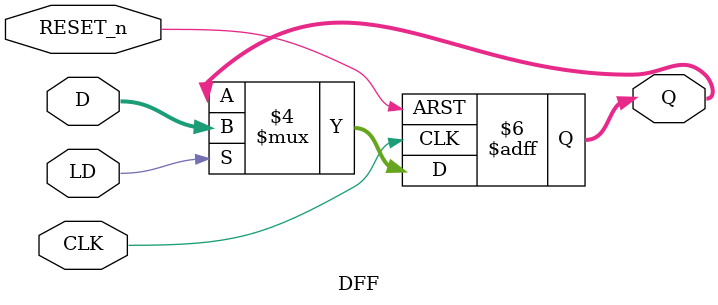
<source format=v>
module DFF #(
	parameter DATA_SIZE = 8
) (
	input [DATA_SIZE-1:0]D,
	input CLK,RESET_n,LD,
	output reg[DATA_SIZE-1:0]Q
);
	always @(posedge CLK or negedge RESET_n) begin
		if(!RESET_n) begin
			Q <= 0;
		end
		else begin
		  if (LD) begin
			  Q<=D;
		  end else begin
			  Q<=Q;
		  end
		end
	end
endmodule
</source>
